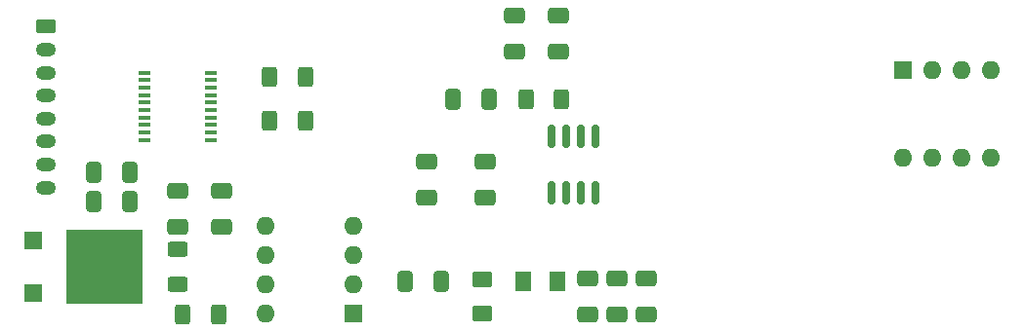
<source format=gts>
G04 #@! TF.GenerationSoftware,KiCad,Pcbnew,(6.0.2)*
G04 #@! TF.CreationDate,2022-03-10T22:37:31+00:00*
G04 #@! TF.ProjectId,EncoderCMOS,456e636f-6465-4724-934d-4f532e6b6963,rev?*
G04 #@! TF.SameCoordinates,Original*
G04 #@! TF.FileFunction,Soldermask,Top*
G04 #@! TF.FilePolarity,Negative*
%FSLAX46Y46*%
G04 Gerber Fmt 4.6, Leading zero omitted, Abs format (unit mm)*
G04 Created by KiCad (PCBNEW (6.0.2)) date 2022-03-10 22:37:31*
%MOMM*%
%LPD*%
G01*
G04 APERTURE LIST*
G04 Aperture macros list*
%AMRoundRect*
0 Rectangle with rounded corners*
0 $1 Rounding radius*
0 $2 $3 $4 $5 $6 $7 $8 $9 X,Y pos of 4 corners*
0 Add a 4 corners polygon primitive as box body*
4,1,4,$2,$3,$4,$5,$6,$7,$8,$9,$2,$3,0*
0 Add four circle primitives for the rounded corners*
1,1,$1+$1,$2,$3*
1,1,$1+$1,$4,$5*
1,1,$1+$1,$6,$7*
1,1,$1+$1,$8,$9*
0 Add four rect primitives between the rounded corners*
20,1,$1+$1,$2,$3,$4,$5,0*
20,1,$1+$1,$4,$5,$6,$7,0*
20,1,$1+$1,$6,$7,$8,$9,0*
20,1,$1+$1,$8,$9,$2,$3,0*%
G04 Aperture macros list end*
%ADD10RoundRect,0.250000X0.650000X-0.412500X0.650000X0.412500X-0.650000X0.412500X-0.650000X-0.412500X0*%
%ADD11R,1.600000X1.600000*%
%ADD12O,1.600000X1.600000*%
%ADD13RoundRect,0.250000X0.412500X0.650000X-0.412500X0.650000X-0.412500X-0.650000X0.412500X-0.650000X0*%
%ADD14R,1.600000X1.500000*%
%ADD15R,6.700000X6.500000*%
%ADD16RoundRect,0.250000X-0.400000X-0.625000X0.400000X-0.625000X0.400000X0.625000X-0.400000X0.625000X0*%
%ADD17RoundRect,0.250000X-0.650000X0.412500X-0.650000X-0.412500X0.650000X-0.412500X0.650000X0.412500X0*%
%ADD18RoundRect,0.250000X0.400000X0.625000X-0.400000X0.625000X-0.400000X-0.625000X0.400000X-0.625000X0*%
%ADD19RoundRect,0.250001X-0.624999X0.462499X-0.624999X-0.462499X0.624999X-0.462499X0.624999X0.462499X0*%
%ADD20RoundRect,0.250000X-0.625000X0.350000X-0.625000X-0.350000X0.625000X-0.350000X0.625000X0.350000X0*%
%ADD21O,1.750000X1.200000*%
%ADD22RoundRect,0.250000X0.625000X-0.400000X0.625000X0.400000X-0.625000X0.400000X-0.625000X-0.400000X0*%
%ADD23RoundRect,0.250001X-0.462499X-0.624999X0.462499X-0.624999X0.462499X0.624999X-0.462499X0.624999X0*%
%ADD24R,1.000000X0.400000*%
%ADD25RoundRect,0.250000X-0.412500X-0.650000X0.412500X-0.650000X0.412500X0.650000X-0.412500X0.650000X0*%
%ADD26RoundRect,0.150000X-0.150000X0.825000X-0.150000X-0.825000X0.150000X-0.825000X0.150000X0.825000X0*%
G04 APERTURE END LIST*
D10*
X36068000Y-36576000D03*
X36068000Y-33451000D03*
D11*
X98943000Y-22958500D03*
D12*
X101483000Y-22958500D03*
X104023000Y-22958500D03*
X106563000Y-22958500D03*
X106563000Y-30578500D03*
X104023000Y-30578500D03*
X101483000Y-30578500D03*
X98943000Y-30578500D03*
D13*
X63030500Y-25488500D03*
X59905500Y-25488500D03*
D14*
X23568000Y-37793500D03*
D15*
X29718000Y-40093500D03*
D14*
X23568000Y-42393500D03*
D16*
X44043000Y-23583500D03*
X47143000Y-23583500D03*
D17*
X57658000Y-30911000D03*
X57658000Y-34036000D03*
X65278000Y-18211000D03*
X65278000Y-21336000D03*
D18*
X39608000Y-44196000D03*
X36508000Y-44196000D03*
X69368000Y-25488500D03*
X66268000Y-25488500D03*
D19*
X62445500Y-41146000D03*
X62445500Y-44121000D03*
D17*
X69088000Y-18211000D03*
X69088000Y-21336000D03*
D20*
X24638000Y-19203500D03*
D21*
X24638000Y-21203500D03*
X24638000Y-23203500D03*
X24638000Y-25203500D03*
X24638000Y-27203500D03*
X24638000Y-29203500D03*
X24638000Y-31203500D03*
X24638000Y-33203500D03*
D17*
X74168000Y-41071000D03*
X74168000Y-44196000D03*
X62738000Y-30911000D03*
X62738000Y-34036000D03*
D18*
X47143000Y-27393500D03*
X44043000Y-27393500D03*
D22*
X36068000Y-41643500D03*
X36068000Y-38543500D03*
D10*
X71628000Y-44196000D03*
X71628000Y-41071000D03*
X39878000Y-36576000D03*
X39878000Y-33451000D03*
D23*
X66038000Y-41363500D03*
X69013000Y-41363500D03*
D13*
X31915500Y-31838500D03*
X28790500Y-31838500D03*
D11*
X51298000Y-44186000D03*
D12*
X51298000Y-41646000D03*
X51298000Y-39106000D03*
X51298000Y-36566000D03*
X43678000Y-36566000D03*
X43678000Y-39106000D03*
X43678000Y-41646000D03*
X43678000Y-44186000D03*
D24*
X33168000Y-23198500D03*
X33168000Y-23848500D03*
X33168000Y-24498500D03*
X33168000Y-25148500D03*
X33168000Y-25798500D03*
X33168000Y-26448500D03*
X33168000Y-27098500D03*
X33168000Y-27748500D03*
X33168000Y-28398500D03*
X33168000Y-29048500D03*
X38968000Y-29048500D03*
X38968000Y-28398500D03*
X38968000Y-27748500D03*
X38968000Y-27098500D03*
X38968000Y-26448500D03*
X38968000Y-25798500D03*
X38968000Y-25148500D03*
X38968000Y-24498500D03*
X38968000Y-23848500D03*
X38968000Y-23198500D03*
D25*
X55803000Y-41363500D03*
X58928000Y-41363500D03*
D13*
X31915500Y-34378500D03*
X28790500Y-34378500D03*
D26*
X72263000Y-28728500D03*
X70993000Y-28728500D03*
X69723000Y-28728500D03*
X68453000Y-28728500D03*
X68453000Y-33678500D03*
X69723000Y-33678500D03*
X70993000Y-33678500D03*
X72263000Y-33678500D03*
D17*
X76708000Y-41071000D03*
X76708000Y-44196000D03*
M02*

</source>
